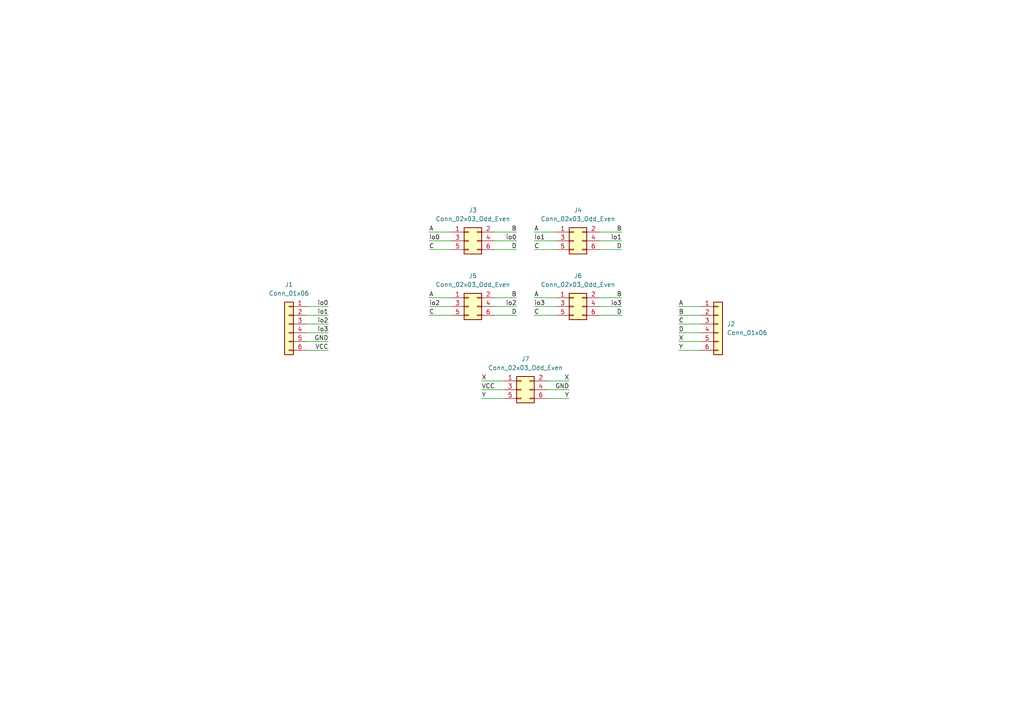
<source format=kicad_sch>
(kicad_sch (version 20211123) (generator eeschema)

  (uuid e63e39d7-6ac0-4ffd-8aa3-1841a4541b55)

  (paper "A4")

  (title_block
    (title "4bit matrix board")
    (rev "v1.0")
  )

  (lib_symbols
    (symbol "Connector_Generic:Conn_01x06" (pin_names (offset 1.016) hide) (in_bom yes) (on_board yes)
      (property "Reference" "J" (id 0) (at 0 7.62 0)
        (effects (font (size 1.27 1.27)))
      )
      (property "Value" "Conn_01x06" (id 1) (at 0 -10.16 0)
        (effects (font (size 1.27 1.27)))
      )
      (property "Footprint" "" (id 2) (at 0 0 0)
        (effects (font (size 1.27 1.27)) hide)
      )
      (property "Datasheet" "~" (id 3) (at 0 0 0)
        (effects (font (size 1.27 1.27)) hide)
      )
      (property "ki_keywords" "connector" (id 4) (at 0 0 0)
        (effects (font (size 1.27 1.27)) hide)
      )
      (property "ki_description" "Generic connector, single row, 01x06, script generated (kicad-library-utils/schlib/autogen/connector/)" (id 5) (at 0 0 0)
        (effects (font (size 1.27 1.27)) hide)
      )
      (property "ki_fp_filters" "Connector*:*_1x??_*" (id 6) (at 0 0 0)
        (effects (font (size 1.27 1.27)) hide)
      )
      (symbol "Conn_01x06_1_1"
        (rectangle (start -1.27 -7.493) (end 0 -7.747)
          (stroke (width 0.1524) (type default) (color 0 0 0 0))
          (fill (type none))
        )
        (rectangle (start -1.27 -4.953) (end 0 -5.207)
          (stroke (width 0.1524) (type default) (color 0 0 0 0))
          (fill (type none))
        )
        (rectangle (start -1.27 -2.413) (end 0 -2.667)
          (stroke (width 0.1524) (type default) (color 0 0 0 0))
          (fill (type none))
        )
        (rectangle (start -1.27 0.127) (end 0 -0.127)
          (stroke (width 0.1524) (type default) (color 0 0 0 0))
          (fill (type none))
        )
        (rectangle (start -1.27 2.667) (end 0 2.413)
          (stroke (width 0.1524) (type default) (color 0 0 0 0))
          (fill (type none))
        )
        (rectangle (start -1.27 5.207) (end 0 4.953)
          (stroke (width 0.1524) (type default) (color 0 0 0 0))
          (fill (type none))
        )
        (rectangle (start -1.27 6.35) (end 1.27 -8.89)
          (stroke (width 0.254) (type default) (color 0 0 0 0))
          (fill (type background))
        )
        (pin passive line (at -5.08 5.08 0) (length 3.81)
          (name "Pin_1" (effects (font (size 1.27 1.27))))
          (number "1" (effects (font (size 1.27 1.27))))
        )
        (pin passive line (at -5.08 2.54 0) (length 3.81)
          (name "Pin_2" (effects (font (size 1.27 1.27))))
          (number "2" (effects (font (size 1.27 1.27))))
        )
        (pin passive line (at -5.08 0 0) (length 3.81)
          (name "Pin_3" (effects (font (size 1.27 1.27))))
          (number "3" (effects (font (size 1.27 1.27))))
        )
        (pin passive line (at -5.08 -2.54 0) (length 3.81)
          (name "Pin_4" (effects (font (size 1.27 1.27))))
          (number "4" (effects (font (size 1.27 1.27))))
        )
        (pin passive line (at -5.08 -5.08 0) (length 3.81)
          (name "Pin_5" (effects (font (size 1.27 1.27))))
          (number "5" (effects (font (size 1.27 1.27))))
        )
        (pin passive line (at -5.08 -7.62 0) (length 3.81)
          (name "Pin_6" (effects (font (size 1.27 1.27))))
          (number "6" (effects (font (size 1.27 1.27))))
        )
      )
    )
    (symbol "Connector_Generic:Conn_02x03_Odd_Even" (pin_names (offset 1.016) hide) (in_bom yes) (on_board yes)
      (property "Reference" "J" (id 0) (at 1.27 5.08 0)
        (effects (font (size 1.27 1.27)))
      )
      (property "Value" "Conn_02x03_Odd_Even" (id 1) (at 1.27 -5.08 0)
        (effects (font (size 1.27 1.27)))
      )
      (property "Footprint" "" (id 2) (at 0 0 0)
        (effects (font (size 1.27 1.27)) hide)
      )
      (property "Datasheet" "~" (id 3) (at 0 0 0)
        (effects (font (size 1.27 1.27)) hide)
      )
      (property "ki_keywords" "connector" (id 4) (at 0 0 0)
        (effects (font (size 1.27 1.27)) hide)
      )
      (property "ki_description" "Generic connector, double row, 02x03, odd/even pin numbering scheme (row 1 odd numbers, row 2 even numbers), script generated (kicad-library-utils/schlib/autogen/connector/)" (id 5) (at 0 0 0)
        (effects (font (size 1.27 1.27)) hide)
      )
      (property "ki_fp_filters" "Connector*:*_2x??_*" (id 6) (at 0 0 0)
        (effects (font (size 1.27 1.27)) hide)
      )
      (symbol "Conn_02x03_Odd_Even_1_1"
        (rectangle (start -1.27 -2.413) (end 0 -2.667)
          (stroke (width 0.1524) (type default) (color 0 0 0 0))
          (fill (type none))
        )
        (rectangle (start -1.27 0.127) (end 0 -0.127)
          (stroke (width 0.1524) (type default) (color 0 0 0 0))
          (fill (type none))
        )
        (rectangle (start -1.27 2.667) (end 0 2.413)
          (stroke (width 0.1524) (type default) (color 0 0 0 0))
          (fill (type none))
        )
        (rectangle (start -1.27 3.81) (end 3.81 -3.81)
          (stroke (width 0.254) (type default) (color 0 0 0 0))
          (fill (type background))
        )
        (rectangle (start 3.81 -2.413) (end 2.54 -2.667)
          (stroke (width 0.1524) (type default) (color 0 0 0 0))
          (fill (type none))
        )
        (rectangle (start 3.81 0.127) (end 2.54 -0.127)
          (stroke (width 0.1524) (type default) (color 0 0 0 0))
          (fill (type none))
        )
        (rectangle (start 3.81 2.667) (end 2.54 2.413)
          (stroke (width 0.1524) (type default) (color 0 0 0 0))
          (fill (type none))
        )
        (pin passive line (at -5.08 2.54 0) (length 3.81)
          (name "Pin_1" (effects (font (size 1.27 1.27))))
          (number "1" (effects (font (size 1.27 1.27))))
        )
        (pin passive line (at 7.62 2.54 180) (length 3.81)
          (name "Pin_2" (effects (font (size 1.27 1.27))))
          (number "2" (effects (font (size 1.27 1.27))))
        )
        (pin passive line (at -5.08 0 0) (length 3.81)
          (name "Pin_3" (effects (font (size 1.27 1.27))))
          (number "3" (effects (font (size 1.27 1.27))))
        )
        (pin passive line (at 7.62 0 180) (length 3.81)
          (name "Pin_4" (effects (font (size 1.27 1.27))))
          (number "4" (effects (font (size 1.27 1.27))))
        )
        (pin passive line (at -5.08 -2.54 0) (length 3.81)
          (name "Pin_5" (effects (font (size 1.27 1.27))))
          (number "5" (effects (font (size 1.27 1.27))))
        )
        (pin passive line (at 7.62 -2.54 180) (length 3.81)
          (name "Pin_6" (effects (font (size 1.27 1.27))))
          (number "6" (effects (font (size 1.27 1.27))))
        )
      )
    )
  )


  (wire (pts (xy 196.85 99.06) (xy 203.2 99.06))
    (stroke (width 0) (type default) (color 0 0 0 0))
    (uuid 0082de4f-84ff-4ab5-ac1d-c08c0c86576e)
  )
  (wire (pts (xy 124.46 86.36) (xy 130.81 86.36))
    (stroke (width 0) (type default) (color 0 0 0 0))
    (uuid 0a595de8-49f3-499c-ae51-7b72e1bd481e)
  )
  (wire (pts (xy 143.51 88.9) (xy 149.86 88.9))
    (stroke (width 0) (type default) (color 0 0 0 0))
    (uuid 0ad2dbcc-680f-4d79-840c-e8ea7bda806d)
  )
  (wire (pts (xy 173.99 91.44) (xy 180.34 91.44))
    (stroke (width 0) (type default) (color 0 0 0 0))
    (uuid 1a6724e5-4610-48c4-9ee8-0c939b5559cc)
  )
  (wire (pts (xy 88.9 99.06) (xy 95.25 99.06))
    (stroke (width 0) (type default) (color 0 0 0 0))
    (uuid 2298d10f-bb5a-4ef0-9aec-a99faec63da9)
  )
  (wire (pts (xy 196.85 91.44) (xy 203.2 91.44))
    (stroke (width 0) (type default) (color 0 0 0 0))
    (uuid 2b58059e-f6b4-459e-b6e2-d3e15028aea9)
  )
  (wire (pts (xy 139.7 115.57) (xy 146.05 115.57))
    (stroke (width 0) (type default) (color 0 0 0 0))
    (uuid 2bfd9ee4-cd47-464c-9dc3-53c5b3f7f449)
  )
  (wire (pts (xy 124.46 67.31) (xy 130.81 67.31))
    (stroke (width 0) (type default) (color 0 0 0 0))
    (uuid 2f762acb-b050-43ca-a30d-13922c2e7fd5)
  )
  (wire (pts (xy 88.9 93.98) (xy 95.25 93.98))
    (stroke (width 0) (type default) (color 0 0 0 0))
    (uuid 3383b90c-9b5d-473b-8710-972f0385a8a3)
  )
  (wire (pts (xy 143.51 72.39) (xy 149.86 72.39))
    (stroke (width 0) (type default) (color 0 0 0 0))
    (uuid 35a78d65-1e29-46bd-8b55-7351f4af17d9)
  )
  (wire (pts (xy 196.85 88.9) (xy 203.2 88.9))
    (stroke (width 0) (type default) (color 0 0 0 0))
    (uuid 4131c1c7-d7c4-4cf3-8175-cacc687532c4)
  )
  (wire (pts (xy 154.94 91.44) (xy 161.29 91.44))
    (stroke (width 0) (type default) (color 0 0 0 0))
    (uuid 47b96755-77b4-4d1f-b7c7-e83301b841d7)
  )
  (wire (pts (xy 196.85 96.52) (xy 203.2 96.52))
    (stroke (width 0) (type default) (color 0 0 0 0))
    (uuid 48e05e7f-ba29-4099-8a52-08d8822370c0)
  )
  (wire (pts (xy 124.46 91.44) (xy 130.81 91.44))
    (stroke (width 0) (type default) (color 0 0 0 0))
    (uuid 48efaf24-5bb4-4f9c-a76f-b468e47e4c80)
  )
  (wire (pts (xy 88.9 91.44) (xy 95.25 91.44))
    (stroke (width 0) (type default) (color 0 0 0 0))
    (uuid 501bd205-f6e2-4682-8a45-675d34cee38a)
  )
  (wire (pts (xy 88.9 88.9) (xy 95.25 88.9))
    (stroke (width 0) (type default) (color 0 0 0 0))
    (uuid 6a81b739-960e-4ae8-bfd1-6cb2b5d54abd)
  )
  (wire (pts (xy 154.94 69.85) (xy 161.29 69.85))
    (stroke (width 0) (type default) (color 0 0 0 0))
    (uuid 6afdfe47-ca04-4af1-87fd-0e65cd177368)
  )
  (wire (pts (xy 124.46 72.39) (xy 130.81 72.39))
    (stroke (width 0) (type default) (color 0 0 0 0))
    (uuid 77a6e7f6-47b2-42bd-850e-2773b11fb6ac)
  )
  (wire (pts (xy 173.99 86.36) (xy 180.34 86.36))
    (stroke (width 0) (type default) (color 0 0 0 0))
    (uuid 7a2ca59d-820f-4fa1-abab-bd90f7425325)
  )
  (wire (pts (xy 173.99 69.85) (xy 180.34 69.85))
    (stroke (width 0) (type default) (color 0 0 0 0))
    (uuid 7f77e0c1-8b5f-4e7b-9d71-da5e16a29a3b)
  )
  (wire (pts (xy 173.99 72.39) (xy 180.34 72.39))
    (stroke (width 0) (type default) (color 0 0 0 0))
    (uuid 841b3b3b-3400-4d6c-82a4-2294da5602fc)
  )
  (wire (pts (xy 173.99 88.9) (xy 180.34 88.9))
    (stroke (width 0) (type default) (color 0 0 0 0))
    (uuid 8e6224b0-b4ef-4cd6-8068-e7d0bc0c020f)
  )
  (wire (pts (xy 143.51 67.31) (xy 149.86 67.31))
    (stroke (width 0) (type default) (color 0 0 0 0))
    (uuid 99cfed44-ba13-4999-a7e1-00799bc92cc5)
  )
  (wire (pts (xy 158.75 113.03) (xy 165.1 113.03))
    (stroke (width 0) (type default) (color 0 0 0 0))
    (uuid a5355631-8b33-4a89-9f2c-550bce5c33e9)
  )
  (wire (pts (xy 154.94 72.39) (xy 161.29 72.39))
    (stroke (width 0) (type default) (color 0 0 0 0))
    (uuid ae19548e-e03f-4c3e-9fce-14f46e88ed47)
  )
  (wire (pts (xy 139.7 113.03) (xy 146.05 113.03))
    (stroke (width 0) (type default) (color 0 0 0 0))
    (uuid b6670cfb-4de4-4806-9c20-e38df1a10ec5)
  )
  (wire (pts (xy 124.46 69.85) (xy 130.81 69.85))
    (stroke (width 0) (type default) (color 0 0 0 0))
    (uuid badacdf9-a514-4360-9eb6-46665e85c9e6)
  )
  (wire (pts (xy 173.99 67.31) (xy 180.34 67.31))
    (stroke (width 0) (type default) (color 0 0 0 0))
    (uuid bcc3b7e3-3a4b-439f-8e27-172c94018463)
  )
  (wire (pts (xy 154.94 67.31) (xy 161.29 67.31))
    (stroke (width 0) (type default) (color 0 0 0 0))
    (uuid bd48d3de-0a43-4dc1-8141-41e0b8dee7eb)
  )
  (wire (pts (xy 143.51 91.44) (xy 149.86 91.44))
    (stroke (width 0) (type default) (color 0 0 0 0))
    (uuid be2bccd9-a772-4eaf-bb7a-ca6eb14686ee)
  )
  (wire (pts (xy 196.85 93.98) (xy 203.2 93.98))
    (stroke (width 0) (type default) (color 0 0 0 0))
    (uuid c5cfa552-406b-439e-9fe1-75b097bc4648)
  )
  (wire (pts (xy 143.51 69.85) (xy 149.86 69.85))
    (stroke (width 0) (type default) (color 0 0 0 0))
    (uuid db105ea5-5179-4200-8e64-dd494617b83c)
  )
  (wire (pts (xy 124.46 88.9) (xy 130.81 88.9))
    (stroke (width 0) (type default) (color 0 0 0 0))
    (uuid dc033443-2703-4264-8c14-41a3d67b6c49)
  )
  (wire (pts (xy 88.9 96.52) (xy 95.25 96.52))
    (stroke (width 0) (type default) (color 0 0 0 0))
    (uuid dd178337-09e7-4d25-bf69-efa2b5203aa9)
  )
  (wire (pts (xy 196.85 101.6) (xy 203.2 101.6))
    (stroke (width 0) (type default) (color 0 0 0 0))
    (uuid e25b132d-2212-4148-bbfa-a0de26aae84f)
  )
  (wire (pts (xy 88.9 101.6) (xy 95.25 101.6))
    (stroke (width 0) (type default) (color 0 0 0 0))
    (uuid e7dbca4a-c6ae-47c4-ae97-0f1e670783c9)
  )
  (wire (pts (xy 158.75 115.57) (xy 165.1 115.57))
    (stroke (width 0) (type default) (color 0 0 0 0))
    (uuid ebe418c9-0609-4248-84a6-0bf951c54d5b)
  )
  (wire (pts (xy 154.94 86.36) (xy 161.29 86.36))
    (stroke (width 0) (type default) (color 0 0 0 0))
    (uuid ed030602-ad33-43c6-8797-055c5097d7b0)
  )
  (wire (pts (xy 143.51 86.36) (xy 149.86 86.36))
    (stroke (width 0) (type default) (color 0 0 0 0))
    (uuid f105b2f9-77bd-4edf-ad2c-330df90ea317)
  )
  (wire (pts (xy 154.94 88.9) (xy 161.29 88.9))
    (stroke (width 0) (type default) (color 0 0 0 0))
    (uuid fa9a9b62-e96f-4350-bdc3-2d2865a0b74d)
  )
  (wire (pts (xy 139.7 110.49) (xy 146.05 110.49))
    (stroke (width 0) (type default) (color 0 0 0 0))
    (uuid fb063880-bcc1-40dd-8167-6b0ee512a435)
  )
  (wire (pts (xy 158.75 110.49) (xy 165.1 110.49))
    (stroke (width 0) (type default) (color 0 0 0 0))
    (uuid fcfb30a5-9b97-4fc7-9d73-91eef0296a30)
  )

  (label "io0" (at 124.46 69.85 0)
    (effects (font (size 1.27 1.27)) (justify left bottom))
    (uuid 026259cd-cb5d-493a-b5af-a5afecf67509)
  )
  (label "A" (at 154.94 67.31 0)
    (effects (font (size 1.27 1.27)) (justify left bottom))
    (uuid 0eb4e128-14c0-48b9-a22e-c60f6e075983)
  )
  (label "io2" (at 124.46 88.9 0)
    (effects (font (size 1.27 1.27)) (justify left bottom))
    (uuid 11842f9c-f5ef-4925-9589-96198334f6e8)
  )
  (label "D" (at 180.34 72.39 180)
    (effects (font (size 1.27 1.27)) (justify right bottom))
    (uuid 18764d1b-2b48-4e03-b107-b77a5ad687a8)
  )
  (label "Y" (at 165.1 115.57 180)
    (effects (font (size 1.27 1.27)) (justify right bottom))
    (uuid 1ff7436d-9ad6-4fc1-a499-76d3565a3e56)
  )
  (label "X" (at 165.1 110.49 180)
    (effects (font (size 1.27 1.27)) (justify right bottom))
    (uuid 2947d6b0-b43b-4e34-812c-36ec483fdc4b)
  )
  (label "Y" (at 139.7 115.57 0)
    (effects (font (size 1.27 1.27)) (justify left bottom))
    (uuid 418ec146-ea56-4623-aae8-8d928037d4b0)
  )
  (label "B" (at 149.86 67.31 180)
    (effects (font (size 1.27 1.27)) (justify right bottom))
    (uuid 42b3562b-1d65-43f9-95cc-be7a965d6e0d)
  )
  (label "VCC" (at 139.7 113.03 0)
    (effects (font (size 1.27 1.27)) (justify left bottom))
    (uuid 4d27a7e5-b6e0-4d7c-8451-ea9b1823d02f)
  )
  (label "X" (at 196.85 99.06 0)
    (effects (font (size 1.27 1.27)) (justify left bottom))
    (uuid 583082a0-7e46-49e6-b8d2-60787ec7825c)
  )
  (label "io1" (at 95.25 91.44 180)
    (effects (font (size 1.27 1.27)) (justify right bottom))
    (uuid 5a410b3f-ee1d-451a-9a34-6362221fbdb8)
  )
  (label "D" (at 149.86 91.44 180)
    (effects (font (size 1.27 1.27)) (justify right bottom))
    (uuid 6a5ed1de-aefe-4f24-87c4-94236808d984)
  )
  (label "B" (at 196.85 91.44 0)
    (effects (font (size 1.27 1.27)) (justify left bottom))
    (uuid 6c003daf-35cc-4fcc-8322-7f90b89ca150)
  )
  (label "C" (at 196.85 93.98 0)
    (effects (font (size 1.27 1.27)) (justify left bottom))
    (uuid 6d604f96-1830-40e9-8732-d199458b0632)
  )
  (label "GND" (at 165.1 113.03 180)
    (effects (font (size 1.27 1.27)) (justify right bottom))
    (uuid 6e030548-970a-4f9b-81ab-7e840b29fdfe)
  )
  (label "io2" (at 95.25 93.98 180)
    (effects (font (size 1.27 1.27)) (justify right bottom))
    (uuid 7043a381-60e2-415c-ad57-899d490c4ebd)
  )
  (label "D" (at 196.85 96.52 0)
    (effects (font (size 1.27 1.27)) (justify left bottom))
    (uuid 75bd1489-b44b-4c98-8cad-a4121be1fcb7)
  )
  (label "C" (at 154.94 91.44 0)
    (effects (font (size 1.27 1.27)) (justify left bottom))
    (uuid 8270ee0a-8dab-40a3-8671-95c8238e35f1)
  )
  (label "io0" (at 95.25 88.9 180)
    (effects (font (size 1.27 1.27)) (justify right bottom))
    (uuid 84daf799-92ec-4828-aa6f-a0cf599da07c)
  )
  (label "A" (at 124.46 67.31 0)
    (effects (font (size 1.27 1.27)) (justify left bottom))
    (uuid 8f10d951-0126-406f-a57f-26344d87f3cc)
  )
  (label "D" (at 180.34 91.44 180)
    (effects (font (size 1.27 1.27)) (justify right bottom))
    (uuid 936733cd-bb75-4e4a-8f51-6d8efbde0cbc)
  )
  (label "io3" (at 95.25 96.52 180)
    (effects (font (size 1.27 1.27)) (justify right bottom))
    (uuid 9714d957-8b9f-41d4-b540-8bcd82462358)
  )
  (label "A" (at 196.85 88.9 0)
    (effects (font (size 1.27 1.27)) (justify left bottom))
    (uuid 9b03ddab-238c-4f98-819b-10703d10244c)
  )
  (label "C" (at 154.94 72.39 0)
    (effects (font (size 1.27 1.27)) (justify left bottom))
    (uuid 9e31d86f-c13f-4d3b-a422-fbbe8142f54d)
  )
  (label "A" (at 124.46 86.36 0)
    (effects (font (size 1.27 1.27)) (justify left bottom))
    (uuid 9fbafdb4-4e0f-4838-986a-849b44257a33)
  )
  (label "B" (at 149.86 86.36 180)
    (effects (font (size 1.27 1.27)) (justify right bottom))
    (uuid a0f40249-6489-4cef-a08c-0ffcc0095d07)
  )
  (label "C" (at 124.46 91.44 0)
    (effects (font (size 1.27 1.27)) (justify left bottom))
    (uuid b03cc85d-dcbf-46e4-b2d2-bc231654e46e)
  )
  (label "B" (at 180.34 86.36 180)
    (effects (font (size 1.27 1.27)) (justify right bottom))
    (uuid b26733c1-e4f9-4f38-be4d-bc9d69b91736)
  )
  (label "io0" (at 149.86 69.85 180)
    (effects (font (size 1.27 1.27)) (justify right bottom))
    (uuid b7e0f9e3-1527-4d49-9c68-46cde797c5e0)
  )
  (label "A" (at 154.94 86.36 0)
    (effects (font (size 1.27 1.27)) (justify left bottom))
    (uuid b90e91c0-3cef-4715-81b4-93ed637f5b12)
  )
  (label "D" (at 149.86 72.39 180)
    (effects (font (size 1.27 1.27)) (justify right bottom))
    (uuid bb0d0c9e-c769-49ee-ae4e-4345ef380035)
  )
  (label "B" (at 180.34 67.31 180)
    (effects (font (size 1.27 1.27)) (justify right bottom))
    (uuid c31926da-d358-4bed-8f8a-f78722a1ad4a)
  )
  (label "io1" (at 154.94 69.85 0)
    (effects (font (size 1.27 1.27)) (justify left bottom))
    (uuid c81ea3be-4a13-4b6c-87e9-ce5ca81a3b7a)
  )
  (label "io3" (at 154.94 88.9 0)
    (effects (font (size 1.27 1.27)) (justify left bottom))
    (uuid d2f5f856-9132-4885-ba6f-e8ed5a3b8b6d)
  )
  (label "GND" (at 95.25 99.06 180)
    (effects (font (size 1.27 1.27)) (justify right bottom))
    (uuid d579d5d9-9b2f-4342-8d74-45e2b972dab4)
  )
  (label "io1" (at 180.34 69.85 180)
    (effects (font (size 1.27 1.27)) (justify right bottom))
    (uuid dab35334-f3c9-425b-a82e-feec24239f82)
  )
  (label "io3" (at 180.34 88.9 180)
    (effects (font (size 1.27 1.27)) (justify right bottom))
    (uuid dc796b3d-3f68-45a4-b6ce-99f5443cb38b)
  )
  (label "Y" (at 196.85 101.6 0)
    (effects (font (size 1.27 1.27)) (justify left bottom))
    (uuid df539b54-b124-417c-ba8e-a7540c4975e3)
  )
  (label "C" (at 124.46 72.39 0)
    (effects (font (size 1.27 1.27)) (justify left bottom))
    (uuid e46a50a3-dcb1-4ed6-8161-161dab971f15)
  )
  (label "io2" (at 149.86 88.9 180)
    (effects (font (size 1.27 1.27)) (justify right bottom))
    (uuid e6a175d2-2735-4261-b9f2-c5c06ff464bc)
  )
  (label "VCC" (at 95.25 101.6 180)
    (effects (font (size 1.27 1.27)) (justify right bottom))
    (uuid f7835f79-598e-4b94-b2ea-bfb0bfdadd38)
  )
  (label "X" (at 139.7 110.49 0)
    (effects (font (size 1.27 1.27)) (justify left bottom))
    (uuid f852711d-6952-4ffd-9f8d-d659deadcf75)
  )

  (symbol (lib_id "Connector_Generic:Conn_01x06") (at 208.28 93.98 0) (unit 1)
    (in_bom yes) (on_board yes) (fields_autoplaced)
    (uuid 07b7ccce-8895-49f2-b220-e85ac43040b1)
    (property "Reference" "J2" (id 0) (at 210.82 93.9799 0)
      (effects (font (size 1.27 1.27)) (justify left))
    )
    (property "Value" "Conn_01x06" (id 1) (at 210.82 96.5199 0)
      (effects (font (size 1.27 1.27)) (justify left))
    )
    (property "Footprint" "Connector_PinSocket_2.54mm:PinSocket_1x06_P2.54mm_Vertical" (id 2) (at 208.28 93.98 0)
      (effects (font (size 1.27 1.27)) hide)
    )
    (property "Datasheet" "~" (id 3) (at 208.28 93.98 0)
      (effects (font (size 1.27 1.27)) hide)
    )
    (pin "1" (uuid d92cfbfa-da4b-4f63-8ad6-7bb6977d4f44))
    (pin "2" (uuid 20cc5dd3-f607-44c7-ac7e-e7aebd9790dd))
    (pin "3" (uuid e6a27cb0-d090-4b8c-9a7b-e787b9ea11b6))
    (pin "4" (uuid 58b75830-9e39-45c9-8547-367ebee8a907))
    (pin "5" (uuid 3a013e8f-5b12-499b-8d2d-0ad49966db1a))
    (pin "6" (uuid 7b32ef33-8c7b-417f-9260-1a8773398f8f))
  )

  (symbol (lib_id "Connector_Generic:Conn_02x03_Odd_Even") (at 166.37 88.9 0) (unit 1)
    (in_bom yes) (on_board yes) (fields_autoplaced)
    (uuid 22eb16ec-c020-4b05-af2a-6c2fddea5ef9)
    (property "Reference" "J6" (id 0) (at 167.64 80.01 0))
    (property "Value" "Conn_02x03_Odd_Even" (id 1) (at 167.64 82.55 0))
    (property "Footprint" "Connector_PinHeader_2.54mm:PinHeader_2x03_P2.54mm_Vertical" (id 2) (at 166.37 88.9 0)
      (effects (font (size 1.27 1.27)) hide)
    )
    (property "Datasheet" "~" (id 3) (at 166.37 88.9 0)
      (effects (font (size 1.27 1.27)) hide)
    )
    (pin "1" (uuid 70d6bb5c-1fc6-494f-be14-c93ef4df394e))
    (pin "2" (uuid 30cbf632-529b-4bbc-bccd-1f76a5872bdd))
    (pin "3" (uuid 0de53d42-7b22-423f-84f9-ef2749864d1a))
    (pin "4" (uuid 8b4b895a-779a-4d8d-9672-1b87dabe394f))
    (pin "5" (uuid 7eb7ef54-b553-406f-a919-4589d6518e04))
    (pin "6" (uuid f1067a3c-1443-414c-9049-629c1d9631c9))
  )

  (symbol (lib_id "Connector_Generic:Conn_02x03_Odd_Even") (at 135.89 88.9 0) (unit 1)
    (in_bom yes) (on_board yes) (fields_autoplaced)
    (uuid 282c2a00-c620-4c22-b231-af99b73d071e)
    (property "Reference" "J5" (id 0) (at 137.16 80.01 0))
    (property "Value" "Conn_02x03_Odd_Even" (id 1) (at 137.16 82.55 0))
    (property "Footprint" "Connector_PinHeader_2.54mm:PinHeader_2x03_P2.54mm_Vertical" (id 2) (at 135.89 88.9 0)
      (effects (font (size 1.27 1.27)) hide)
    )
    (property "Datasheet" "~" (id 3) (at 135.89 88.9 0)
      (effects (font (size 1.27 1.27)) hide)
    )
    (pin "1" (uuid 1a8fa9d2-33f2-4ca9-9f2e-a8bdfa85611a))
    (pin "2" (uuid f5ee9207-aef3-4ba3-89dc-684b916d2255))
    (pin "3" (uuid 8ff5ff5f-7aca-4b11-94e9-b9a22d0ac8fc))
    (pin "4" (uuid 309a4843-d0f2-44f7-9e6c-5e7259031bd1))
    (pin "5" (uuid fd73bab2-fc71-4b2e-9d46-53bd4b06d591))
    (pin "6" (uuid 56659a02-3d41-4a83-8024-d90208cbdd68))
  )

  (symbol (lib_id "Connector_Generic:Conn_01x06") (at 83.82 93.98 0) (mirror y) (unit 1)
    (in_bom yes) (on_board yes) (fields_autoplaced)
    (uuid 6d26d68f-1ca7-4ff3-b058-272f1c399047)
    (property "Reference" "J1" (id 0) (at 83.82 82.55 0))
    (property "Value" "Conn_01x06" (id 1) (at 83.82 85.09 0))
    (property "Footprint" "Connector_PinHeader_2.54mm:PinHeader_1x06_P2.54mm_Vertical" (id 2) (at 83.82 93.98 0)
      (effects (font (size 1.27 1.27)) hide)
    )
    (property "Datasheet" "~" (id 3) (at 83.82 93.98 0)
      (effects (font (size 1.27 1.27)) hide)
    )
    (pin "1" (uuid 60dcd1fe-7079-4cb8-b509-04558ccf5097))
    (pin "2" (uuid c5eb1e4c-ce83-470e-8f32-e20ff1f886a3))
    (pin "3" (uuid 85b7594c-358f-454b-b2ad-dd0b1d67ed76))
    (pin "4" (uuid 16bd6381-8ac0-4bf2-9dce-ecc20c724b8d))
    (pin "5" (uuid a5cd8da1-8f7f-4f80-bb23-0317de562222))
    (pin "6" (uuid 4f66b314-0f62-4fb6-8c3c-f9c6a75cd3ec))
  )

  (symbol (lib_id "Connector_Generic:Conn_02x03_Odd_Even") (at 166.37 69.85 0) (unit 1)
    (in_bom yes) (on_board yes) (fields_autoplaced)
    (uuid 739cd12d-f249-48db-9fd0-1eee732a880e)
    (property "Reference" "J4" (id 0) (at 167.64 60.96 0))
    (property "Value" "Conn_02x03_Odd_Even" (id 1) (at 167.64 63.5 0))
    (property "Footprint" "Connector_PinHeader_2.54mm:PinHeader_2x03_P2.54mm_Vertical" (id 2) (at 166.37 69.85 0)
      (effects (font (size 1.27 1.27)) hide)
    )
    (property "Datasheet" "~" (id 3) (at 166.37 69.85 0)
      (effects (font (size 1.27 1.27)) hide)
    )
    (pin "1" (uuid 5314dd9a-85b2-4f80-9787-15b7c12739ee))
    (pin "2" (uuid d0206d0f-c565-42fd-9a0f-0b72d1fbb9b9))
    (pin "3" (uuid 41f7e1c7-832a-4d44-b602-ec846019d3f4))
    (pin "4" (uuid 0fe1512b-d777-4854-b9d4-e062a435f64f))
    (pin "5" (uuid 1b447dd5-5779-498c-82d1-91f1dbe75cfb))
    (pin "6" (uuid a1142599-71cb-4d65-a8d7-7664c2d0c5a5))
  )

  (symbol (lib_id "Connector_Generic:Conn_02x03_Odd_Even") (at 151.13 113.03 0) (unit 1)
    (in_bom yes) (on_board yes) (fields_autoplaced)
    (uuid b17af7f3-a858-4169-8fc8-5f51df1965cc)
    (property "Reference" "J7" (id 0) (at 152.4 104.14 0))
    (property "Value" "Conn_02x03_Odd_Even" (id 1) (at 152.4 106.68 0))
    (property "Footprint" "Connector_PinHeader_2.54mm:PinHeader_2x03_P2.54mm_Vertical" (id 2) (at 151.13 113.03 0)
      (effects (font (size 1.27 1.27)) hide)
    )
    (property "Datasheet" "~" (id 3) (at 151.13 113.03 0)
      (effects (font (size 1.27 1.27)) hide)
    )
    (pin "1" (uuid 11b5b0e6-98d5-4eee-98fb-bb00ebe1f9d2))
    (pin "2" (uuid 1496b6d4-e091-4ff3-b505-fb944079e83f))
    (pin "3" (uuid fb181a9b-e416-4743-91d4-ca34323e6af7))
    (pin "4" (uuid af422a5f-7c49-4665-b72f-14a8b722fbee))
    (pin "5" (uuid 63a0939b-6567-46d2-a101-4d79d84ec80d))
    (pin "6" (uuid 2943a394-6d2a-4724-9337-7a8c8d89b171))
  )

  (symbol (lib_id "Connector_Generic:Conn_02x03_Odd_Even") (at 135.89 69.85 0) (unit 1)
    (in_bom yes) (on_board yes) (fields_autoplaced)
    (uuid db19339a-499b-4c80-98e9-9ad76d970d18)
    (property "Reference" "J3" (id 0) (at 137.16 60.96 0))
    (property "Value" "Conn_02x03_Odd_Even" (id 1) (at 137.16 63.5 0))
    (property "Footprint" "Connector_PinHeader_2.54mm:PinHeader_2x03_P2.54mm_Vertical" (id 2) (at 135.89 69.85 0)
      (effects (font (size 1.27 1.27)) hide)
    )
    (property "Datasheet" "~" (id 3) (at 135.89 69.85 0)
      (effects (font (size 1.27 1.27)) hide)
    )
    (pin "1" (uuid 7aafaec3-09b5-4b77-aab3-ac98a9e86028))
    (pin "2" (uuid 85f14e43-4bea-4117-8b3f-389b43ca0d8a))
    (pin "3" (uuid f5dbfdd3-affe-43c2-ba80-a1e95c85b91a))
    (pin "4" (uuid e0a34fc5-993e-40aa-9088-54fe01048738))
    (pin "5" (uuid 077329e1-24a3-4266-8f26-751ec34eeed5))
    (pin "6" (uuid 64c9235c-b974-4e9f-91bf-d0be809e946f))
  )

  (sheet_instances
    (path "/" (page "1"))
  )

  (symbol_instances
    (path "/6d26d68f-1ca7-4ff3-b058-272f1c399047"
      (reference "J1") (unit 1) (value "Conn_01x06") (footprint "Connector_PinHeader_2.54mm:PinHeader_1x06_P2.54mm_Vertical")
    )
    (path "/07b7ccce-8895-49f2-b220-e85ac43040b1"
      (reference "J2") (unit 1) (value "Conn_01x06") (footprint "Connector_PinSocket_2.54mm:PinSocket_1x06_P2.54mm_Vertical")
    )
    (path "/db19339a-499b-4c80-98e9-9ad76d970d18"
      (reference "J3") (unit 1) (value "Conn_02x03_Odd_Even") (footprint "Connector_PinHeader_2.54mm:PinHeader_2x03_P2.54mm_Vertical")
    )
    (path "/739cd12d-f249-48db-9fd0-1eee732a880e"
      (reference "J4") (unit 1) (value "Conn_02x03_Odd_Even") (footprint "Connector_PinHeader_2.54mm:PinHeader_2x03_P2.54mm_Vertical")
    )
    (path "/282c2a00-c620-4c22-b231-af99b73d071e"
      (reference "J5") (unit 1) (value "Conn_02x03_Odd_Even") (footprint "Connector_PinHeader_2.54mm:PinHeader_2x03_P2.54mm_Vertical")
    )
    (path "/22eb16ec-c020-4b05-af2a-6c2fddea5ef9"
      (reference "J6") (unit 1) (value "Conn_02x03_Odd_Even") (footprint "Connector_PinHeader_2.54mm:PinHeader_2x03_P2.54mm_Vertical")
    )
    (path "/b17af7f3-a858-4169-8fc8-5f51df1965cc"
      (reference "J7") (unit 1) (value "Conn_02x03_Odd_Even") (footprint "Connector_PinHeader_2.54mm:PinHeader_2x03_P2.54mm_Vertical")
    )
  )
)

</source>
